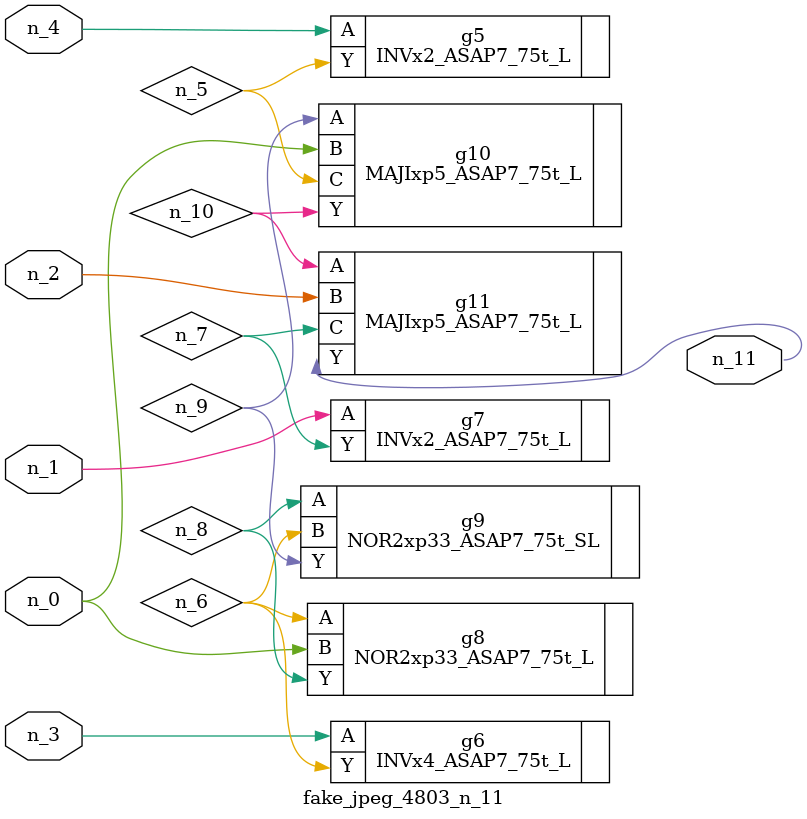
<source format=v>
module fake_jpeg_4803_n_11 (n_3, n_2, n_1, n_0, n_4, n_11);

input n_3;
input n_2;
input n_1;
input n_0;
input n_4;

output n_11;

wire n_10;
wire n_8;
wire n_9;
wire n_6;
wire n_5;
wire n_7;

INVx2_ASAP7_75t_L g5 ( 
.A(n_4),
.Y(n_5)
);

INVx4_ASAP7_75t_L g6 ( 
.A(n_3),
.Y(n_6)
);

INVx2_ASAP7_75t_L g7 ( 
.A(n_1),
.Y(n_7)
);

NOR2xp33_ASAP7_75t_L g8 ( 
.A(n_6),
.B(n_0),
.Y(n_8)
);

NOR2xp33_ASAP7_75t_SL g9 ( 
.A(n_8),
.B(n_6),
.Y(n_9)
);

MAJIxp5_ASAP7_75t_L g10 ( 
.A(n_9),
.B(n_0),
.C(n_5),
.Y(n_10)
);

MAJIxp5_ASAP7_75t_L g11 ( 
.A(n_10),
.B(n_2),
.C(n_7),
.Y(n_11)
);


endmodule
</source>
